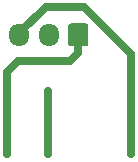
<source format=gtl>
G04 #@! TF.GenerationSoftware,KiCad,Pcbnew,5.0.1*
G04 #@! TF.CreationDate,2019-03-09T23:09:41-08:00*
G04 #@! TF.ProjectId,phoenix-adapter,70686F656E69782D616461707465722E,0.1*
G04 #@! TF.SameCoordinates,Original*
G04 #@! TF.FileFunction,Copper,L1,Top,Signal*
G04 #@! TF.FilePolarity,Positive*
%FSLAX46Y46*%
G04 Gerber Fmt 4.6, Leading zero omitted, Abs format (unit mm)*
G04 Created by KiCad (PCBNEW 5.0.1) date Sat 09 Mar 2019 11:09:41 PM PST*
%MOMM*%
%LPD*%
G01*
G04 APERTURE LIST*
G04 #@! TA.AperFunction,Conductor*
%ADD10C,0.100000*%
G04 #@! TD*
G04 #@! TA.AperFunction,ComponentPad*
%ADD11C,1.700000*%
G04 #@! TD*
G04 #@! TA.AperFunction,ComponentPad*
%ADD12O,1.700000X1.950000*%
G04 #@! TD*
G04 #@! TA.AperFunction,ViaPad*
%ADD13C,0.609600*%
G04 #@! TD*
G04 #@! TA.AperFunction,Conductor*
%ADD14C,0.635000*%
G04 #@! TD*
G04 APERTURE END LIST*
D10*
G04 #@! TO.N,/RIGHT*
G04 #@! TO.C,CON101*
G36*
X142864504Y-115612204D02*
X142888773Y-115615804D01*
X142912571Y-115621765D01*
X142935671Y-115630030D01*
X142957849Y-115640520D01*
X142978893Y-115653133D01*
X142998598Y-115667747D01*
X143016777Y-115684223D01*
X143033253Y-115702402D01*
X143047867Y-115722107D01*
X143060480Y-115743151D01*
X143070970Y-115765329D01*
X143079235Y-115788429D01*
X143085196Y-115812227D01*
X143088796Y-115836496D01*
X143090000Y-115861000D01*
X143090000Y-117311000D01*
X143088796Y-117335504D01*
X143085196Y-117359773D01*
X143079235Y-117383571D01*
X143070970Y-117406671D01*
X143060480Y-117428849D01*
X143047867Y-117449893D01*
X143033253Y-117469598D01*
X143016777Y-117487777D01*
X142998598Y-117504253D01*
X142978893Y-117518867D01*
X142957849Y-117531480D01*
X142935671Y-117541970D01*
X142912571Y-117550235D01*
X142888773Y-117556196D01*
X142864504Y-117559796D01*
X142840000Y-117561000D01*
X141640000Y-117561000D01*
X141615496Y-117559796D01*
X141591227Y-117556196D01*
X141567429Y-117550235D01*
X141544329Y-117541970D01*
X141522151Y-117531480D01*
X141501107Y-117518867D01*
X141481402Y-117504253D01*
X141463223Y-117487777D01*
X141446747Y-117469598D01*
X141432133Y-117449893D01*
X141419520Y-117428849D01*
X141409030Y-117406671D01*
X141400765Y-117383571D01*
X141394804Y-117359773D01*
X141391204Y-117335504D01*
X141390000Y-117311000D01*
X141390000Y-115861000D01*
X141391204Y-115836496D01*
X141394804Y-115812227D01*
X141400765Y-115788429D01*
X141409030Y-115765329D01*
X141419520Y-115743151D01*
X141432133Y-115722107D01*
X141446747Y-115702402D01*
X141463223Y-115684223D01*
X141481402Y-115667747D01*
X141501107Y-115653133D01*
X141522151Y-115640520D01*
X141544329Y-115630030D01*
X141567429Y-115621765D01*
X141591227Y-115615804D01*
X141615496Y-115612204D01*
X141640000Y-115611000D01*
X142840000Y-115611000D01*
X142864504Y-115612204D01*
X142864504Y-115612204D01*
G37*
D11*
G04 #@! TD*
G04 #@! TO.P,CON101,1*
G04 #@! TO.N,/RIGHT*
X142240000Y-116586000D03*
D12*
G04 #@! TO.P,CON101,2*
G04 #@! TO.N,GND*
X139740000Y-116586000D03*
G04 #@! TO.P,CON101,3*
G04 #@! TO.N,/LEFT*
X137240000Y-116586000D03*
G04 #@! TD*
D13*
G04 #@! TO.N,GND*
X139700000Y-121300000D03*
G04 #@! TO.N,/LEFT*
X146700000Y-121300000D03*
G04 #@! TO.N,/RIGHT*
X136200000Y-121300000D03*
G04 #@! TD*
D14*
G04 #@! TO.N,GND*
X139700000Y-121300000D02*
X139700000Y-126700000D01*
G04 #@! TO.N,/LEFT*
X146700000Y-126700000D02*
X146700000Y-121300000D01*
X137240000Y-116461000D02*
X137240000Y-116586000D01*
X142736500Y-114236500D02*
X139464500Y-114236500D01*
X146700000Y-118200000D02*
X142736500Y-114236500D01*
X139464500Y-114236500D02*
X137240000Y-116461000D01*
X146700000Y-121300000D02*
X146700000Y-118200000D01*
G04 #@! TO.N,/RIGHT*
X136200000Y-121300000D02*
X136200000Y-126700000D01*
X136200000Y-119700000D02*
X136200000Y-121300000D01*
X137100000Y-118800000D02*
X136200000Y-119700000D01*
X137100000Y-118800000D02*
X141550000Y-118800000D01*
X142240000Y-118110000D02*
X142240000Y-116586000D01*
X141550000Y-118800000D02*
X142240000Y-118110000D01*
G04 #@! TD*
M02*

</source>
